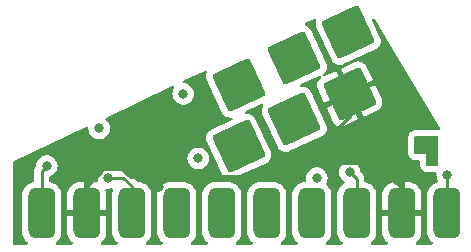
<source format=gbr>
%TF.GenerationSoftware,KiCad,Pcbnew,7.0.10*%
%TF.CreationDate,2024-03-09T11:41:47+01:00*%
%TF.ProjectId,ScartPCB,53636172-7450-4434-922e-6b696361645f,0*%
%TF.SameCoordinates,PX76bb820PY7641700*%
%TF.FileFunction,Copper,L4,Bot*%
%TF.FilePolarity,Positive*%
%FSLAX46Y46*%
G04 Gerber Fmt 4.6, Leading zero omitted, Abs format (unit mm)*
G04 Created by KiCad (PCBNEW 7.0.10) date 2024-03-09 11:41:47*
%MOMM*%
%LPD*%
G01*
G04 APERTURE LIST*
G04 Aperture macros list*
%AMRoundRect*
0 Rectangle with rounded corners*
0 $1 Rounding radius*
0 $2 $3 $4 $5 $6 $7 $8 $9 X,Y pos of 4 corners*
0 Add a 4 corners polygon primitive as box body*
4,1,4,$2,$3,$4,$5,$6,$7,$8,$9,$2,$3,0*
0 Add four circle primitives for the rounded corners*
1,1,$1+$1,$2,$3*
1,1,$1+$1,$4,$5*
1,1,$1+$1,$6,$7*
1,1,$1+$1,$8,$9*
0 Add four rect primitives between the rounded corners*
20,1,$1+$1,$2,$3,$4,$5,0*
20,1,$1+$1,$4,$5,$6,$7,0*
20,1,$1+$1,$6,$7,$8,$9,0*
20,1,$1+$1,$8,$9,$2,$3,0*%
G04 Aperture macros list end*
%TA.AperFunction,ComponentPad*%
%ADD10RoundRect,0.250002X1.993386X-0.725533X0.725533X1.993386X-1.993386X0.725533X-0.725533X-1.993386X0*%
%TD*%
%TA.AperFunction,SMDPad,CuDef*%
%ADD11RoundRect,0.571500X-0.571500X-1.562000X0.571500X-1.562000X0.571500X1.562000X-0.571500X1.562000X0*%
%TD*%
%TA.AperFunction,ViaPad*%
%ADD12C,0.800000*%
%TD*%
%TA.AperFunction,Conductor*%
%ADD13C,0.250000*%
%TD*%
%TA.AperFunction,Conductor*%
%ADD14C,0.350000*%
%TD*%
G04 APERTURE END LIST*
D10*
%TO.P,J7,1,Pin_1*%
%TO.N,GND*%
X28535000Y12748000D03*
%TD*%
%TO.P,J4,1,Pin_1*%
%TO.N,Net-(J4-Pin_1)*%
X19137000Y13510000D03*
%TD*%
%TO.P,J6,1,Pin_1*%
%TO.N,AUDIO*%
X19137000Y8303000D03*
%TD*%
%TO.P,J2,1,Pin_1*%
%TO.N,Net-(J2-Pin_1)*%
X28408000Y17955000D03*
%TD*%
%TO.P,J3,1,Pin_1*%
%TO.N,Net-(J3-Pin_1)*%
X23836000Y15796000D03*
%TD*%
%TO.P,J5,1,Pin_1*%
%TO.N,SYNC*%
X23836000Y10589000D03*
%TD*%
D11*
%TO.P,J1,2,Pin_2*%
%TO.N,Net-(J1-Pin_2)*%
X36747500Y2642500D03*
%TO.P,J1,4,Pin_4*%
%TO.N,GND*%
X32937500Y2642500D03*
%TO.P,J1,6,Pin_6*%
%TO.N,Net-(J1-Pin_6)*%
X29127500Y2642500D03*
%TO.P,J1,8,Pin_8*%
%TO.N,unconnected-(J1-Pin_8-Pad8)*%
X25317500Y2642500D03*
%TO.P,J1,10,Pin_10*%
%TO.N,unconnected-(J1-Pin_10-Pad10)*%
X21507500Y2642500D03*
%TO.P,J1,12,Pin_12*%
%TO.N,unconnected-(J1-Pin_12-Pad12)*%
X17697500Y2642500D03*
%TO.P,J1,14,Pin_14*%
%TO.N,unconnected-(J1-Pin_14-Pad14)*%
X13887500Y2642500D03*
%TO.P,J1,16,Pin_16*%
%TO.N,SYNC*%
X10077500Y2642500D03*
%TO.P,J1,18,Pin_18*%
%TO.N,GND*%
X6267500Y2642500D03*
%TO.P,J1,20,Pin_20*%
%TO.N,Net-(J1-Pin_20)*%
X2457500Y2642500D03*
%TD*%
D12*
%TO.N,BLUE*%
X25741000Y5636000D03*
X15708000Y7287000D03*
%TO.N,Net-(J1-Pin_20)*%
X2881000Y6652000D03*
%TO.N,GND*%
X4405000Y5509000D03*
X27011000Y6261147D03*
X12382005Y4911695D03*
%TO.N,SYNC*%
X8088000Y5636000D03*
%TO.N,Net-(J1-Pin_6)*%
X28535000Y6144000D03*
%TO.N,Net-(J1-Pin_2)*%
X36790000Y5890000D03*
%TO.N,Net-(J2-Pin_1)*%
X7326000Y9827000D03*
%TO.N,Net-(J3-Pin_1)*%
X14438000Y12748000D03*
%TD*%
D13*
%TO.N,Net-(J1-Pin_20)*%
X2457500Y6228500D02*
X2457500Y2642500D01*
X2881000Y6652000D02*
X2457500Y6228500D01*
D14*
%TO.N,GND*%
X10021150Y5679956D02*
X9290107Y6411000D01*
X10882700Y6411000D02*
X7766984Y6411000D01*
X9290107Y6411000D02*
X5307000Y6411000D01*
X30794499Y6919000D02*
X25360000Y6919000D01*
X32937500Y4775999D02*
X30794499Y6919000D01*
X32937500Y2642500D02*
X32937500Y4775999D01*
X24636912Y6919000D02*
X23397868Y5679956D01*
X12382005Y4911695D02*
X10882700Y6411000D01*
X28535000Y10817088D02*
X23397868Y5679956D01*
X7766984Y6411000D02*
X6267500Y4911516D01*
X28535000Y12748000D02*
X28535000Y10817088D01*
X27011000Y6261147D02*
X26353147Y6919000D01*
X6267500Y4911516D02*
X6267500Y2642500D01*
X25360000Y6919000D02*
X24636912Y6919000D01*
X5307000Y6411000D02*
X4405000Y5509000D01*
X26353147Y6919000D02*
X25360000Y6919000D01*
X23397868Y5679956D02*
X10021150Y5679956D01*
D13*
%TO.N,SYNC*%
X8088000Y5636000D02*
X9358000Y5636000D01*
X9358000Y5636000D02*
X10077500Y4916500D01*
X10077500Y4916500D02*
X10077500Y2642500D01*
%TO.N,Net-(J1-Pin_6)*%
X29127500Y5551500D02*
X29127500Y2642500D01*
X28535000Y6144000D02*
X29127500Y5551500D01*
%TO.N,Net-(J1-Pin_2)*%
X36790000Y5890000D02*
X36747500Y5847500D01*
X36747500Y5847500D02*
X36747500Y2642500D01*
%TD*%
%TA.AperFunction,Conductor*%
%TO.N,GND*%
G36*
X25672574Y19101510D02*
G01*
X25711832Y19042355D01*
X25712876Y18971366D01*
X25709873Y18961990D01*
X25671531Y18856646D01*
X25650948Y18680534D01*
X25671532Y18504418D01*
X25671533Y18504416D01*
X25705814Y18405791D01*
X25780597Y18245418D01*
X27016392Y15595247D01*
X27069913Y15505584D01*
X27191592Y15376612D01*
X27339734Y15279176D01*
X27339735Y15279176D01*
X27339736Y15279175D01*
X27389653Y15261007D01*
X27506353Y15218532D01*
X27682467Y15197948D01*
X27858580Y15218532D01*
X27957213Y15252816D01*
X30767753Y16563392D01*
X30857416Y16616913D01*
X30986388Y16738592D01*
X31083824Y16886734D01*
X31144468Y17053353D01*
X31165052Y17229467D01*
X31144468Y17405580D01*
X31110184Y17504213D01*
X30434851Y18952469D01*
X30424191Y19022658D01*
X30453171Y19087470D01*
X30512591Y19126327D01*
X30583585Y19126890D01*
X30643614Y19088981D01*
X30657091Y19070542D01*
X31596888Y17504213D01*
X36170704Y9881186D01*
X36175080Y9873894D01*
X36192976Y9805190D01*
X36170887Y9737718D01*
X36115826Y9692898D01*
X36049105Y9684350D01*
X35989650Y9692898D01*
X35902000Y9705500D01*
X34122000Y9705500D01*
X34121990Y9705500D01*
X34033267Y9695961D01*
X34012851Y9693766D01*
X34012848Y9693766D01*
X34012844Y9693765D01*
X34012840Y9693765D01*
X33960519Y9682383D01*
X33960498Y9682377D01*
X33856345Y9647712D01*
X33733385Y9568690D01*
X33682299Y9524424D01*
X33680080Y9522605D01*
X33584019Y9411742D01*
X33584017Y9411739D01*
X33523301Y9278790D01*
X33503302Y9210678D01*
X33503300Y9210671D01*
X33482500Y9065997D01*
X33482500Y7793991D01*
X33494235Y7684845D01*
X33494235Y7684841D01*
X33505617Y7632520D01*
X33505623Y7632499D01*
X33540288Y7528346D01*
X33540290Y7528343D01*
X33619308Y7405388D01*
X33619311Y7405385D01*
X33619315Y7405379D01*
X33663575Y7354300D01*
X33665396Y7352080D01*
X33776258Y7256020D01*
X33776261Y7256018D01*
X33909210Y7195302D01*
X33977331Y7175300D01*
X34122000Y7154500D01*
X34372500Y7154500D01*
X34440621Y7134498D01*
X34487114Y7080842D01*
X34498500Y7028500D01*
X34498500Y6777991D01*
X34510235Y6668845D01*
X34510235Y6668841D01*
X34521617Y6616520D01*
X34521623Y6616499D01*
X34556288Y6512346D01*
X34556290Y6512343D01*
X34635308Y6389388D01*
X34635311Y6389385D01*
X34635315Y6389379D01*
X34679575Y6338300D01*
X34681396Y6336080D01*
X34792258Y6240020D01*
X34792261Y6240018D01*
X34925210Y6179302D01*
X34993331Y6159300D01*
X35138000Y6138500D01*
X35138004Y6138500D01*
X35762677Y6138500D01*
X35830798Y6118498D01*
X35877291Y6064842D01*
X35887987Y5999330D01*
X35876496Y5890000D01*
X35896457Y5700073D01*
X35920144Y5627175D01*
X35955473Y5518444D01*
X35955476Y5518439D01*
X36000840Y5439866D01*
X36017578Y5370871D01*
X35994358Y5303779D01*
X35938551Y5259892D01*
X35918505Y5253746D01*
X35845664Y5237900D01*
X35845659Y5237899D01*
X35845659Y5237898D01*
X35814417Y5224520D01*
X35656060Y5156707D01*
X35656057Y5156705D01*
X35485246Y5041098D01*
X35485240Y5041093D01*
X35339407Y4895260D01*
X35339402Y4895254D01*
X35223795Y4724443D01*
X35223793Y4724440D01*
X35142601Y4534840D01*
X35098759Y4333299D01*
X35096000Y4286974D01*
X35096000Y998027D01*
X35098759Y951702D01*
X35142601Y750161D01*
X35142602Y750159D01*
X35223795Y560557D01*
X35339184Y390069D01*
X35339402Y389747D01*
X35339407Y389741D01*
X35485240Y243908D01*
X35485246Y243903D01*
X35485247Y243902D01*
X35504536Y230847D01*
X35549739Y176100D01*
X35558167Y105605D01*
X35527146Y41745D01*
X35466523Y4793D01*
X35433912Y500D01*
X34250195Y500D01*
X34182074Y20502D01*
X34135581Y74158D01*
X34125477Y144432D01*
X34154971Y209012D01*
X34179572Y230848D01*
X34199433Y244291D01*
X34199437Y244294D01*
X34345206Y390063D01*
X34345211Y390069D01*
X34460763Y560799D01*
X34460765Y560802D01*
X34541918Y750310D01*
X34585740Y951762D01*
X34588499Y998074D01*
X34588500Y998094D01*
X34588500Y2388500D01*
X31286500Y2388500D01*
X31286500Y998074D01*
X31289259Y951762D01*
X31333081Y750310D01*
X31414234Y560802D01*
X31414236Y560799D01*
X31529788Y390069D01*
X31529793Y390063D01*
X31675562Y244294D01*
X31675566Y244291D01*
X31695428Y230848D01*
X31740631Y176101D01*
X31749061Y105607D01*
X31718040Y41746D01*
X31657418Y4794D01*
X31624805Y500D01*
X30441088Y500D01*
X30372967Y20502D01*
X30326474Y74158D01*
X30316370Y144432D01*
X30345864Y209012D01*
X30370464Y230847D01*
X30389753Y243902D01*
X30535598Y389747D01*
X30651205Y560557D01*
X30732398Y750159D01*
X30776240Y951700D01*
X30779000Y998030D01*
X30779000Y2896500D01*
X31286500Y2896500D01*
X32683500Y2896500D01*
X32683500Y5284000D01*
X33191500Y5284000D01*
X33191500Y2896500D01*
X34588500Y2896500D01*
X34588500Y4286907D01*
X34588499Y4286927D01*
X34585740Y4333239D01*
X34541918Y4534691D01*
X34460765Y4724199D01*
X34460763Y4724202D01*
X34345211Y4894932D01*
X34345206Y4894938D01*
X34199437Y5040707D01*
X34199431Y5040712D01*
X34028701Y5156264D01*
X34028698Y5156266D01*
X33839190Y5237419D01*
X33637738Y5281241D01*
X33591426Y5284000D01*
X33191500Y5284000D01*
X32683500Y5284000D01*
X32283573Y5284000D01*
X32237261Y5281241D01*
X32035809Y5237419D01*
X31846301Y5156266D01*
X31846298Y5156264D01*
X31675568Y5040712D01*
X31675562Y5040707D01*
X31529793Y4894938D01*
X31529788Y4894932D01*
X31414236Y4724202D01*
X31414234Y4724199D01*
X31333081Y4534691D01*
X31289259Y4333239D01*
X31286500Y4286927D01*
X31286500Y2896500D01*
X30779000Y2896500D01*
X30779000Y4286970D01*
X30776240Y4333300D01*
X30732398Y4534841D01*
X30651205Y4724443D01*
X30535598Y4895253D01*
X30535597Y4895254D01*
X30535592Y4895260D01*
X30389759Y5041093D01*
X30389753Y5041098D01*
X30310257Y5094902D01*
X30218943Y5156705D01*
X30218940Y5156707D01*
X30218939Y5156707D01*
X30029339Y5237899D01*
X29875599Y5271342D01*
X29860216Y5274689D01*
X29797905Y5308713D01*
X29763880Y5371025D01*
X29761000Y5397809D01*
X29761000Y5467646D01*
X29762749Y5483488D01*
X29762456Y5483515D01*
X29763200Y5491401D01*
X29763202Y5491408D01*
X29761062Y5559500D01*
X29761000Y5563458D01*
X29761000Y5591350D01*
X29761000Y5591356D01*
X29760493Y5595365D01*
X29759562Y5607194D01*
X29758174Y5651389D01*
X29752520Y5670848D01*
X29748512Y5690203D01*
X29745974Y5710297D01*
X29729695Y5751413D01*
X29725856Y5762628D01*
X29713519Y5805093D01*
X29703203Y5822536D01*
X29694505Y5840291D01*
X29687052Y5859117D01*
X29661063Y5894888D01*
X29654552Y5904800D01*
X29632042Y5942862D01*
X29617714Y5957190D01*
X29604884Y5972211D01*
X29592972Y5988607D01*
X29592969Y5988609D01*
X29592969Y5988610D01*
X29558900Y6016795D01*
X29550122Y6024783D01*
X29482121Y6092784D01*
X29448095Y6155096D01*
X29445908Y6168694D01*
X29428542Y6333928D01*
X29369527Y6515556D01*
X29274040Y6680944D01*
X29274038Y6680946D01*
X29274034Y6680952D01*
X29146255Y6822865D01*
X28991752Y6935118D01*
X28817288Y7012794D01*
X28630487Y7052500D01*
X28439513Y7052500D01*
X28252711Y7012794D01*
X28078247Y6935118D01*
X27923744Y6822865D01*
X27795965Y6680952D01*
X27795958Y6680942D01*
X27700476Y6515562D01*
X27700473Y6515556D01*
X27685999Y6471014D01*
X27641457Y6333928D01*
X27621496Y6144000D01*
X27641457Y5954073D01*
X27659128Y5899690D01*
X27700473Y5772444D01*
X27700476Y5772439D01*
X27795958Y5607059D01*
X27795965Y5607049D01*
X27923744Y5465136D01*
X27923747Y5465134D01*
X28053167Y5371104D01*
X28096521Y5314883D01*
X28102596Y5244147D01*
X28069465Y5181355D01*
X28039505Y5158589D01*
X28036065Y5156711D01*
X27865246Y5041098D01*
X27865240Y5041093D01*
X27719407Y4895260D01*
X27719402Y4895254D01*
X27603795Y4724443D01*
X27603793Y4724440D01*
X27522601Y4534840D01*
X27478759Y4333299D01*
X27476000Y4286974D01*
X27476000Y998027D01*
X27478759Y951702D01*
X27522601Y750161D01*
X27522602Y750159D01*
X27603795Y560557D01*
X27719184Y390069D01*
X27719402Y389747D01*
X27719407Y389741D01*
X27865240Y243908D01*
X27865246Y243903D01*
X27865247Y243902D01*
X27884536Y230847D01*
X27929739Y176100D01*
X27938167Y105605D01*
X27907146Y41745D01*
X27846523Y4793D01*
X27813912Y500D01*
X26631088Y500D01*
X26562967Y20502D01*
X26516474Y74158D01*
X26506370Y144432D01*
X26535864Y209012D01*
X26560464Y230847D01*
X26579753Y243902D01*
X26725598Y389747D01*
X26841205Y560557D01*
X26922398Y750159D01*
X26966240Y951700D01*
X26969000Y998030D01*
X26969000Y4286970D01*
X26966240Y4333300D01*
X26922398Y4534841D01*
X26841205Y4724443D01*
X26725598Y4895253D01*
X26725597Y4895254D01*
X26725592Y4895260D01*
X26579759Y5041093D01*
X26575125Y5044919D01*
X26576168Y5046184D01*
X26535943Y5094902D01*
X26527515Y5165397D01*
X26542652Y5207504D01*
X26560201Y5237899D01*
X26575527Y5264444D01*
X26634542Y5446072D01*
X26654504Y5636000D01*
X26634542Y5825928D01*
X26575527Y6007556D01*
X26480040Y6172944D01*
X26480038Y6172946D01*
X26480034Y6172952D01*
X26352255Y6314865D01*
X26197752Y6427118D01*
X26023288Y6504794D01*
X25836487Y6544500D01*
X25645513Y6544500D01*
X25458711Y6504794D01*
X25284247Y6427118D01*
X25129744Y6314865D01*
X25001965Y6172952D01*
X25001958Y6172942D01*
X24906476Y6007562D01*
X24906473Y6007555D01*
X24847457Y5825928D01*
X24827496Y5636000D01*
X24847457Y5446070D01*
X24848830Y5439615D01*
X24846661Y5439155D01*
X24848387Y5378451D01*
X24811716Y5317658D01*
X24747999Y5286342D01*
X24726531Y5284500D01*
X24663526Y5284500D01*
X24617201Y5281741D01*
X24415660Y5237899D01*
X24226060Y5156707D01*
X24226057Y5156705D01*
X24055246Y5041098D01*
X24055240Y5041093D01*
X23909407Y4895260D01*
X23909402Y4895254D01*
X23793795Y4724443D01*
X23793793Y4724440D01*
X23712601Y4534840D01*
X23668759Y4333299D01*
X23666000Y4286974D01*
X23666000Y998027D01*
X23668759Y951702D01*
X23712601Y750161D01*
X23712602Y750159D01*
X23793795Y560557D01*
X23909184Y390069D01*
X23909402Y389747D01*
X23909407Y389741D01*
X24055240Y243908D01*
X24055246Y243903D01*
X24055247Y243902D01*
X24074536Y230847D01*
X24119739Y176100D01*
X24128167Y105605D01*
X24097146Y41745D01*
X24036523Y4793D01*
X24003912Y500D01*
X22821088Y500D01*
X22752967Y20502D01*
X22706474Y74158D01*
X22696370Y144432D01*
X22725864Y209012D01*
X22750464Y230847D01*
X22769753Y243902D01*
X22915598Y389747D01*
X23031205Y560557D01*
X23112398Y750159D01*
X23156240Y951700D01*
X23159000Y998030D01*
X23159000Y4286970D01*
X23156240Y4333300D01*
X23112398Y4534841D01*
X23031205Y4724443D01*
X22915598Y4895253D01*
X22915597Y4895254D01*
X22915592Y4895260D01*
X22769759Y5041093D01*
X22769753Y5041098D01*
X22690257Y5094902D01*
X22598943Y5156705D01*
X22598940Y5156707D01*
X22598939Y5156707D01*
X22409339Y5237899D01*
X22207798Y5281741D01*
X22161473Y5284500D01*
X22161470Y5284500D01*
X20853530Y5284500D01*
X20853526Y5284500D01*
X20807201Y5281741D01*
X20605660Y5237899D01*
X20416060Y5156707D01*
X20416057Y5156705D01*
X20245246Y5041098D01*
X20245240Y5041093D01*
X20099407Y4895260D01*
X20099402Y4895254D01*
X19983795Y4724443D01*
X19983793Y4724440D01*
X19902601Y4534840D01*
X19858759Y4333299D01*
X19856000Y4286974D01*
X19856000Y998027D01*
X19858759Y951702D01*
X19902601Y750161D01*
X19902602Y750159D01*
X19983795Y560557D01*
X20099184Y390069D01*
X20099402Y389747D01*
X20099407Y389741D01*
X20245240Y243908D01*
X20245246Y243903D01*
X20245247Y243902D01*
X20264536Y230847D01*
X20309739Y176100D01*
X20318167Y105605D01*
X20287146Y41745D01*
X20226523Y4793D01*
X20193912Y500D01*
X19011088Y500D01*
X18942967Y20502D01*
X18896474Y74158D01*
X18886370Y144432D01*
X18915864Y209012D01*
X18940464Y230847D01*
X18959753Y243902D01*
X19105598Y389747D01*
X19221205Y560557D01*
X19302398Y750159D01*
X19346240Y951700D01*
X19349000Y998030D01*
X19349000Y4286970D01*
X19346240Y4333300D01*
X19302398Y4534841D01*
X19221205Y4724443D01*
X19105598Y4895253D01*
X19105597Y4895254D01*
X19105592Y4895260D01*
X18959759Y5041093D01*
X18959753Y5041098D01*
X18880257Y5094902D01*
X18788943Y5156705D01*
X18788940Y5156707D01*
X18788939Y5156707D01*
X18599339Y5237899D01*
X18397798Y5281741D01*
X18351473Y5284500D01*
X18351470Y5284500D01*
X17043530Y5284500D01*
X17043526Y5284500D01*
X16997201Y5281741D01*
X16795660Y5237899D01*
X16606060Y5156707D01*
X16606057Y5156705D01*
X16435246Y5041098D01*
X16435240Y5041093D01*
X16289407Y4895260D01*
X16289402Y4895254D01*
X16173795Y4724443D01*
X16173793Y4724440D01*
X16092601Y4534840D01*
X16048759Y4333299D01*
X16046000Y4286974D01*
X16046000Y998027D01*
X16048759Y951702D01*
X16092601Y750161D01*
X16092602Y750159D01*
X16173795Y560557D01*
X16289184Y390069D01*
X16289402Y389747D01*
X16289407Y389741D01*
X16435240Y243908D01*
X16435246Y243903D01*
X16435247Y243902D01*
X16454536Y230847D01*
X16499739Y176100D01*
X16508167Y105605D01*
X16477146Y41745D01*
X16416523Y4793D01*
X16383912Y500D01*
X15201088Y500D01*
X15132967Y20502D01*
X15086474Y74158D01*
X15076370Y144432D01*
X15105864Y209012D01*
X15130464Y230847D01*
X15149753Y243902D01*
X15295598Y389747D01*
X15411205Y560557D01*
X15492398Y750159D01*
X15536240Y951700D01*
X15539000Y998030D01*
X15539000Y4286970D01*
X15536240Y4333300D01*
X15492398Y4534841D01*
X15411205Y4724443D01*
X15295598Y4895253D01*
X15295597Y4895254D01*
X15295592Y4895260D01*
X15149759Y5041093D01*
X15149753Y5041098D01*
X15070257Y5094902D01*
X14978943Y5156705D01*
X14978940Y5156707D01*
X14978939Y5156707D01*
X14789339Y5237899D01*
X14587798Y5281741D01*
X14541473Y5284500D01*
X14541470Y5284500D01*
X13233530Y5284500D01*
X13233526Y5284500D01*
X13187201Y5281741D01*
X12985660Y5237899D01*
X12796060Y5156707D01*
X12796057Y5156705D01*
X12625246Y5041098D01*
X12625240Y5041093D01*
X12479407Y4895260D01*
X12479402Y4895254D01*
X12363795Y4724443D01*
X12363793Y4724440D01*
X12282601Y4534840D01*
X12238759Y4333299D01*
X12236000Y4286974D01*
X12236000Y998027D01*
X12238759Y951702D01*
X12282601Y750161D01*
X12282602Y750159D01*
X12363795Y560557D01*
X12479184Y390069D01*
X12479402Y389747D01*
X12479407Y389741D01*
X12625240Y243908D01*
X12625246Y243903D01*
X12625247Y243902D01*
X12644536Y230847D01*
X12689739Y176100D01*
X12698167Y105605D01*
X12667146Y41745D01*
X12606523Y4793D01*
X12573912Y500D01*
X11391088Y500D01*
X11322967Y20502D01*
X11276474Y74158D01*
X11266370Y144432D01*
X11295864Y209012D01*
X11320464Y230847D01*
X11339753Y243902D01*
X11485598Y389747D01*
X11601205Y560557D01*
X11682398Y750159D01*
X11726240Y951700D01*
X11729000Y998030D01*
X11729000Y4286970D01*
X11726240Y4333300D01*
X11682398Y4534841D01*
X11601205Y4724443D01*
X11485598Y4895253D01*
X11485597Y4895254D01*
X11485592Y4895260D01*
X11339759Y5041093D01*
X11339753Y5041098D01*
X11260257Y5094902D01*
X11168943Y5156705D01*
X11168940Y5156707D01*
X11168939Y5156707D01*
X10979339Y5237899D01*
X10777798Y5281741D01*
X10731473Y5284500D01*
X10731470Y5284500D01*
X10657594Y5284500D01*
X10589473Y5304502D01*
X10568499Y5321405D01*
X10567718Y5322186D01*
X10554884Y5337211D01*
X10542972Y5353607D01*
X10542969Y5353609D01*
X10542969Y5353610D01*
X10508894Y5381800D01*
X10500116Y5389788D01*
X9865247Y6024657D01*
X9855280Y6037098D01*
X9855053Y6036909D01*
X9849999Y6043019D01*
X9800348Y6089644D01*
X9797504Y6092401D01*
X9777777Y6112129D01*
X9777771Y6112134D01*
X9774567Y6114620D01*
X9765556Y6122317D01*
X9733325Y6152583D01*
X9733319Y6152587D01*
X9715563Y6162349D01*
X9699047Y6173198D01*
X9683041Y6185614D01*
X9642464Y6203173D01*
X9631807Y6208395D01*
X9593063Y6229694D01*
X9593060Y6229695D01*
X9573436Y6234734D01*
X9554736Y6241136D01*
X9536145Y6249181D01*
X9536143Y6249182D01*
X9536141Y6249182D01*
X9492474Y6256099D01*
X9480855Y6258505D01*
X9438030Y6269500D01*
X9417776Y6269500D01*
X9398066Y6271051D01*
X9378057Y6274220D01*
X9334039Y6270059D01*
X9322181Y6269500D01*
X8796200Y6269500D01*
X8728079Y6289502D01*
X8702563Y6311190D01*
X8699252Y6314867D01*
X8544752Y6427118D01*
X8370288Y6504794D01*
X8183487Y6544500D01*
X7992513Y6544500D01*
X7805711Y6504794D01*
X7631247Y6427118D01*
X7476744Y6314865D01*
X7348965Y6172952D01*
X7348958Y6172942D01*
X7253476Y6007562D01*
X7253473Y6007555D01*
X7194457Y5825928D01*
X7174496Y5636000D01*
X7194457Y5446073D01*
X7201520Y5424335D01*
X7203546Y5353367D01*
X7166882Y5292570D01*
X7103169Y5261246D01*
X7054903Y5262280D01*
X6967738Y5281241D01*
X6921426Y5284000D01*
X6521500Y5284000D01*
X6521500Y2896500D01*
X7918500Y2896500D01*
X7918500Y4286907D01*
X7918499Y4286927D01*
X7915740Y4333239D01*
X7871918Y4534691D01*
X7864288Y4552509D01*
X7855859Y4623003D01*
X7886881Y4686864D01*
X7947503Y4723816D01*
X7985910Y4726839D01*
X7985910Y4727500D01*
X8183491Y4727500D01*
X8354640Y4763880D01*
X8425431Y4758479D01*
X8482064Y4715663D01*
X8506558Y4649025D01*
X8496665Y4591035D01*
X8472602Y4534842D01*
X8428759Y4333299D01*
X8426000Y4286974D01*
X8426000Y998027D01*
X8428759Y951702D01*
X8472601Y750161D01*
X8472602Y750159D01*
X8553795Y560557D01*
X8669184Y390069D01*
X8669402Y389747D01*
X8669407Y389741D01*
X8815240Y243908D01*
X8815246Y243903D01*
X8815247Y243902D01*
X8834536Y230847D01*
X8879739Y176100D01*
X8888167Y105605D01*
X8857146Y41745D01*
X8796523Y4793D01*
X8763912Y500D01*
X7580195Y500D01*
X7512074Y20502D01*
X7465581Y74158D01*
X7455477Y144432D01*
X7484971Y209012D01*
X7509572Y230848D01*
X7529433Y244291D01*
X7529437Y244294D01*
X7675206Y390063D01*
X7675211Y390069D01*
X7790763Y560799D01*
X7790765Y560802D01*
X7871918Y750310D01*
X7915740Y951762D01*
X7918499Y998074D01*
X7918500Y998094D01*
X7918500Y2388500D01*
X4616500Y2388500D01*
X4616500Y998074D01*
X4619259Y951762D01*
X4663081Y750310D01*
X4744234Y560802D01*
X4744236Y560799D01*
X4859788Y390069D01*
X4859793Y390063D01*
X5005562Y244294D01*
X5005566Y244291D01*
X5025428Y230848D01*
X5070631Y176101D01*
X5079061Y105607D01*
X5048040Y41746D01*
X4987418Y4794D01*
X4954805Y500D01*
X3771088Y500D01*
X3702967Y20502D01*
X3656474Y74158D01*
X3646370Y144432D01*
X3675864Y209012D01*
X3700464Y230847D01*
X3719753Y243902D01*
X3865598Y389747D01*
X3981205Y560557D01*
X4062398Y750159D01*
X4106240Y951700D01*
X4109000Y998030D01*
X4109000Y2896500D01*
X4616500Y2896500D01*
X6013500Y2896500D01*
X6013500Y5284000D01*
X5613573Y5284000D01*
X5567261Y5281241D01*
X5365809Y5237419D01*
X5176301Y5156266D01*
X5176298Y5156264D01*
X5005568Y5040712D01*
X5005562Y5040707D01*
X4859793Y4894938D01*
X4859788Y4894932D01*
X4744236Y4724202D01*
X4744234Y4724199D01*
X4663081Y4534691D01*
X4619259Y4333239D01*
X4616500Y4286927D01*
X4616500Y2896500D01*
X4109000Y2896500D01*
X4109000Y4286970D01*
X4106240Y4333300D01*
X4062398Y4534841D01*
X3981205Y4724443D01*
X3865598Y4895253D01*
X3865597Y4895254D01*
X3865592Y4895260D01*
X3719759Y5041093D01*
X3719753Y5041098D01*
X3640257Y5094902D01*
X3548943Y5156705D01*
X3548940Y5156707D01*
X3548939Y5156707D01*
X3359339Y5237899D01*
X3205599Y5271342D01*
X3190216Y5274689D01*
X3127905Y5308713D01*
X3093880Y5371025D01*
X3091000Y5397809D01*
X3091000Y5669196D01*
X3111002Y5737317D01*
X3164658Y5783810D01*
X3165681Y5784272D01*
X3337752Y5860882D01*
X3492253Y5973134D01*
X3523252Y6007562D01*
X3620034Y6115049D01*
X3620035Y6115051D01*
X3620040Y6115056D01*
X3715527Y6280444D01*
X3774542Y6462072D01*
X3794504Y6652000D01*
X3774542Y6841928D01*
X3715527Y7023556D01*
X3620040Y7188944D01*
X3620038Y7188946D01*
X3620034Y7188952D01*
X3531751Y7287000D01*
X14794496Y7287000D01*
X14814457Y7097073D01*
X14838343Y7023562D01*
X14873473Y6915444D01*
X14901841Y6866309D01*
X14968958Y6750059D01*
X14968965Y6750049D01*
X15096744Y6608136D01*
X15096747Y6608134D01*
X15251248Y6495882D01*
X15425712Y6418206D01*
X15612513Y6378500D01*
X15803487Y6378500D01*
X15990288Y6418206D01*
X16164752Y6495882D01*
X16319253Y6608134D01*
X16373914Y6668841D01*
X16447034Y6750049D01*
X16447035Y6750051D01*
X16447040Y6750056D01*
X16542527Y6915444D01*
X16601542Y7097072D01*
X16621504Y7287000D01*
X16601542Y7476928D01*
X16542527Y7658556D01*
X16447040Y7823944D01*
X16447038Y7823946D01*
X16447034Y7823952D01*
X16319255Y7965865D01*
X16164752Y8078118D01*
X15990288Y8155794D01*
X15803487Y8195500D01*
X15612513Y8195500D01*
X15425711Y8155794D01*
X15251247Y8078118D01*
X15096744Y7965865D01*
X14968965Y7823952D01*
X14968958Y7823942D01*
X14873476Y7658562D01*
X14873473Y7658556D01*
X14858999Y7614014D01*
X14814457Y7476928D01*
X14794496Y7287000D01*
X3531751Y7287000D01*
X3492255Y7330865D01*
X3337752Y7443118D01*
X3163288Y7520794D01*
X2976487Y7560500D01*
X2785513Y7560500D01*
X2598711Y7520794D01*
X2424247Y7443118D01*
X2269744Y7330865D01*
X2141965Y7188952D01*
X2141958Y7188942D01*
X2049327Y7028500D01*
X2046473Y7023556D01*
X2034963Y6988133D01*
X1987457Y6841928D01*
X1969576Y6671794D01*
X1944552Y6610975D01*
X1945573Y6610233D01*
X1940911Y6603818D01*
X1931151Y6586065D01*
X1920303Y6569550D01*
X1907886Y6553542D01*
X1890324Y6512960D01*
X1885104Y6502305D01*
X1863805Y6463561D01*
X1863803Y6463556D01*
X1858767Y6443941D01*
X1852364Y6425238D01*
X1844319Y6406648D01*
X1837401Y6362975D01*
X1834995Y6351358D01*
X1824000Y6308532D01*
X1824000Y6288277D01*
X1822449Y6268567D01*
X1819379Y6249182D01*
X1819280Y6248557D01*
X1823347Y6205533D01*
X1823441Y6204539D01*
X1824000Y6192681D01*
X1824000Y5397809D01*
X1803998Y5329688D01*
X1750342Y5283195D01*
X1724784Y5274689D01*
X1709401Y5271342D01*
X1555660Y5237899D01*
X1366060Y5156707D01*
X1366057Y5156705D01*
X1195246Y5041098D01*
X1195240Y5041093D01*
X1049407Y4895260D01*
X1049402Y4895254D01*
X933795Y4724443D01*
X933793Y4724440D01*
X852601Y4534840D01*
X808759Y4333299D01*
X806000Y4286974D01*
X806000Y998027D01*
X808759Y951702D01*
X852601Y750161D01*
X852602Y750159D01*
X933795Y560557D01*
X1049184Y390069D01*
X1049402Y389747D01*
X1049407Y389741D01*
X1195240Y243908D01*
X1195246Y243903D01*
X1195247Y243902D01*
X1214536Y230847D01*
X1259739Y176100D01*
X1268167Y105605D01*
X1237146Y41745D01*
X1176523Y4793D01*
X1143912Y500D01*
X126500Y500D01*
X58379Y20502D01*
X11886Y74158D01*
X500Y126500D01*
X500Y6920012D01*
X20502Y6988133D01*
X72475Y7033842D01*
X6233559Y9957747D01*
X6303675Y9968882D01*
X6368682Y9940341D01*
X6407940Y9881186D01*
X6412890Y9830752D01*
X6412496Y9827002D01*
X6432457Y9637073D01*
X6454676Y9568692D01*
X6491473Y9455444D01*
X6491476Y9455439D01*
X6586958Y9290059D01*
X6586965Y9290049D01*
X6714744Y9148136D01*
X6714747Y9148134D01*
X6869248Y9035882D01*
X7043712Y8958206D01*
X7230513Y8918500D01*
X7421487Y8918500D01*
X7608288Y8958206D01*
X7782752Y9035882D01*
X7937253Y9148134D01*
X7937255Y9148136D01*
X8065034Y9290049D01*
X8065035Y9290051D01*
X8065040Y9290056D01*
X8160527Y9455444D01*
X8219542Y9637072D01*
X8239504Y9827000D01*
X8219542Y10016928D01*
X8160527Y10198556D01*
X8065040Y10363944D01*
X8065038Y10363946D01*
X8065034Y10363952D01*
X7937257Y10505863D01*
X7892164Y10538625D01*
X7848811Y10594848D01*
X7842736Y10665584D01*
X7875868Y10728376D01*
X7912200Y10754391D01*
X13505164Y13408679D01*
X13575280Y13419814D01*
X13640287Y13391273D01*
X13679545Y13332118D01*
X13680589Y13261129D01*
X13668303Y13231846D01*
X13603830Y13120175D01*
X13603473Y13119556D01*
X13592696Y13086388D01*
X13544457Y12937928D01*
X13524496Y12748000D01*
X13544457Y12558073D01*
X13574526Y12465530D01*
X13603473Y12376444D01*
X13603476Y12376439D01*
X13698958Y12211059D01*
X13698965Y12211049D01*
X13826744Y12069136D01*
X13826747Y12069134D01*
X13981248Y11956882D01*
X14155712Y11879206D01*
X14342513Y11839500D01*
X14533487Y11839500D01*
X14720288Y11879206D01*
X14894752Y11956882D01*
X15049253Y12069134D01*
X15149168Y12180101D01*
X15177034Y12211049D01*
X15177035Y12211051D01*
X15177040Y12211056D01*
X15272527Y12376444D01*
X15331542Y12558072D01*
X15351504Y12748000D01*
X15331542Y12937928D01*
X15272527Y13119556D01*
X15177040Y13284944D01*
X15177038Y13284946D01*
X15177034Y13284952D01*
X15049255Y13426865D01*
X14894752Y13539118D01*
X14809815Y13576934D01*
X14720288Y13616794D01*
X14720287Y13616795D01*
X14720283Y13616796D01*
X14548168Y13653381D01*
X14485694Y13687109D01*
X14451373Y13749259D01*
X14456101Y13820098D01*
X14498377Y13877135D01*
X14520334Y13890455D01*
X16286341Y14728559D01*
X16356455Y14739694D01*
X16421462Y14711153D01*
X16460720Y14651998D01*
X16461764Y14581009D01*
X16458761Y14571633D01*
X16400531Y14411646D01*
X16379948Y14235534D01*
X16400532Y14059418D01*
X16400533Y14059416D01*
X16434814Y13960791D01*
X16631443Y13539118D01*
X17745392Y11150247D01*
X17798913Y11060584D01*
X17920592Y10931612D01*
X18068734Y10834176D01*
X18068735Y10834176D01*
X18068736Y10834175D01*
X18118653Y10816007D01*
X18235353Y10773532D01*
X18411467Y10752948D01*
X18483863Y10761410D01*
X18553843Y10749452D01*
X18606251Y10701557D01*
X18624445Y10632931D01*
X18602649Y10565363D01*
X18551739Y10522067D01*
X16777247Y9694608D01*
X16687582Y9641086D01*
X16558612Y9519408D01*
X16461175Y9371265D01*
X16461174Y9371264D01*
X16400532Y9204648D01*
X16379948Y9028534D01*
X16400532Y8852418D01*
X16400533Y8852416D01*
X16434814Y8753791D01*
X16552926Y8500500D01*
X17745392Y5943247D01*
X17798913Y5853584D01*
X17920592Y5724612D01*
X18068734Y5627176D01*
X18068735Y5627176D01*
X18068736Y5627175D01*
X18118653Y5609007D01*
X18235353Y5566532D01*
X18411467Y5545948D01*
X18587580Y5566532D01*
X18686213Y5600816D01*
X21496753Y6911392D01*
X21586416Y6964913D01*
X21715388Y7086592D01*
X21812824Y7234734D01*
X21873468Y7401353D01*
X21894052Y7577467D01*
X21873468Y7753580D01*
X21839184Y7852213D01*
X20528608Y10662753D01*
X20475087Y10752416D01*
X20353408Y10881388D01*
X20205266Y10978824D01*
X20205264Y10978825D01*
X20205263Y10978826D01*
X20038647Y11039468D01*
X19862534Y11060052D01*
X19862531Y11060052D01*
X19790136Y11051591D01*
X19720154Y11063550D01*
X19667747Y11111446D01*
X19649554Y11180072D01*
X19671351Y11247640D01*
X19722256Y11290931D01*
X21046079Y11908240D01*
X21116268Y11918900D01*
X21181080Y11889920D01*
X21219937Y11830500D01*
X21220500Y11759506D01*
X21204598Y11724806D01*
X21160174Y11657264D01*
X21099532Y11490648D01*
X21078948Y11314534D01*
X21078948Y11314533D01*
X21099532Y11138419D01*
X21099533Y11138416D01*
X21133814Y11039791D01*
X21355043Y10565363D01*
X22444392Y8229247D01*
X22497913Y8139584D01*
X22619592Y8010612D01*
X22767734Y7913176D01*
X22767735Y7913176D01*
X22767736Y7913175D01*
X22817653Y7895007D01*
X22934353Y7852532D01*
X23110467Y7831948D01*
X23286580Y7852532D01*
X23385213Y7886816D01*
X26195753Y9197392D01*
X26285416Y9250913D01*
X26414388Y9372592D01*
X26511824Y9520734D01*
X26572468Y9687353D01*
X26593052Y9863467D01*
X26572468Y10039580D01*
X26538184Y10138213D01*
X25227608Y12948753D01*
X25174087Y13038416D01*
X25052408Y13167388D01*
X24904266Y13264824D01*
X24904264Y13264825D01*
X24904263Y13264826D01*
X24737647Y13325468D01*
X24561534Y13346052D01*
X24561531Y13346052D01*
X24489136Y13337591D01*
X24419154Y13349550D01*
X24366747Y13397446D01*
X24348554Y13466072D01*
X24370351Y13533640D01*
X24421256Y13576931D01*
X25938795Y14284571D01*
X26008983Y14295231D01*
X26073795Y14266251D01*
X26112652Y14206831D01*
X26113215Y14135837D01*
X26078508Y14078727D01*
X25957001Y13964090D01*
X25956997Y13964085D01*
X25859628Y13816044D01*
X25859625Y13816038D01*
X25799023Y13649533D01*
X25799022Y13649531D01*
X25778451Y13473534D01*
X25799022Y13297535D01*
X25799023Y13297532D01*
X25833280Y13198976D01*
X25833284Y13198966D01*
X26381210Y12023932D01*
X27764025Y12668750D01*
X27774650Y12574455D01*
X27832331Y12409612D01*
X27925246Y12261738D01*
X27978664Y12208320D01*
X26595901Y11563526D01*
X27143829Y10388492D01*
X27143834Y10388484D01*
X27197313Y10298887D01*
X27197315Y10298885D01*
X27318915Y10169998D01*
X27466956Y10072629D01*
X27466962Y10072626D01*
X27633467Y10012024D01*
X27633469Y10012023D01*
X27809466Y9991452D01*
X27985465Y10012023D01*
X27985468Y10012024D01*
X28084024Y10046281D01*
X28084034Y10046285D01*
X29259069Y10594213D01*
X28614252Y11977026D01*
X28708545Y11987650D01*
X28873388Y12045331D01*
X29021262Y12138246D01*
X29074680Y12191665D01*
X29719473Y10808904D01*
X30894508Y11356830D01*
X30894516Y11356835D01*
X30984113Y11410314D01*
X30984115Y11410316D01*
X31113002Y11531916D01*
X31210371Y11679957D01*
X31210374Y11679963D01*
X31270976Y11846468D01*
X31270977Y11846470D01*
X31291549Y12022467D01*
X31270977Y12198466D01*
X31270976Y12198469D01*
X31236719Y12297025D01*
X31236715Y12297035D01*
X30688787Y13472071D01*
X29305974Y12827255D01*
X29295350Y12921545D01*
X29237669Y13086388D01*
X29144754Y13234262D01*
X29091333Y13287683D01*
X30474097Y13932476D01*
X29926170Y15107509D01*
X29926165Y15107517D01*
X29872686Y15197114D01*
X29872684Y15197116D01*
X29751084Y15326003D01*
X29603043Y15423372D01*
X29603037Y15423375D01*
X29436532Y15483977D01*
X29436530Y15483978D01*
X29260533Y15504549D01*
X29084534Y15483978D01*
X29084531Y15483977D01*
X28985975Y15449720D01*
X28985965Y15449716D01*
X27810929Y14901789D01*
X28455746Y13518975D01*
X28361455Y13508350D01*
X28196612Y13450669D01*
X28048738Y13357754D01*
X27995318Y13304335D01*
X27350524Y14687099D01*
X26432491Y14259012D01*
X26362299Y14248351D01*
X26297487Y14277331D01*
X26258630Y14336751D01*
X26258067Y14407745D01*
X26292775Y14464856D01*
X26414388Y14579592D01*
X26511824Y14727734D01*
X26572468Y14894353D01*
X26593052Y15070467D01*
X26572468Y15246580D01*
X26538184Y15345213D01*
X25227608Y18155753D01*
X25174087Y18245416D01*
X25052408Y18374388D01*
X24954971Y18438475D01*
X24904265Y18471825D01*
X24774066Y18519213D01*
X24716895Y18561307D01*
X24691557Y18627629D01*
X24706098Y18697120D01*
X24755900Y18747719D01*
X24763124Y18751439D01*
X25537450Y19118916D01*
X25607567Y19130051D01*
X25672574Y19101510D01*
G37*
%TD.AperFunction*%
%TD*%
%TA.AperFunction,NonConductor*%
G36*
X35970121Y9171998D02*
G01*
X36016614Y9118342D01*
X36028000Y9066000D01*
X36028000Y6778000D01*
X36007998Y6709879D01*
X35954342Y6663386D01*
X35902000Y6652000D01*
X35138000Y6652000D01*
X35069879Y6672002D01*
X35023386Y6725658D01*
X35012000Y6778000D01*
X35012000Y7668000D01*
X34122000Y7668000D01*
X34053879Y7688002D01*
X34007386Y7741658D01*
X33996000Y7794000D01*
X33996000Y9066000D01*
X34016002Y9134121D01*
X34069658Y9180614D01*
X34122000Y9192000D01*
X35902000Y9192000D01*
X35970121Y9171998D01*
G37*
%TD.AperFunction*%
M02*

</source>
